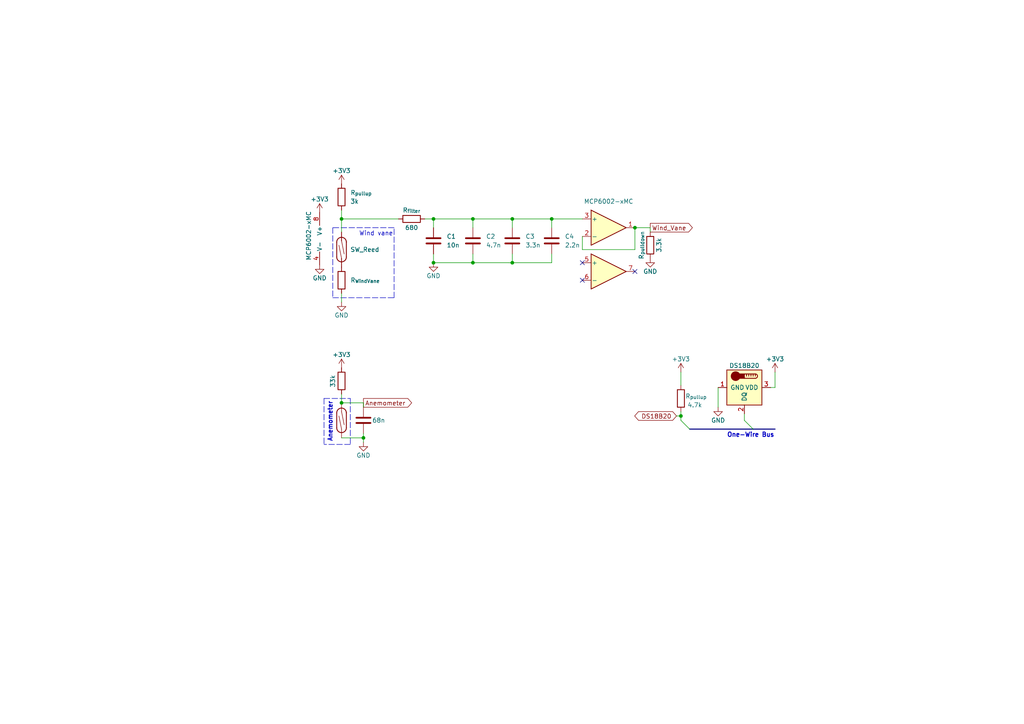
<source format=kicad_sch>
(kicad_sch (version 20211123) (generator eeschema)
  (paper "A4")
  (lib_symbols
    (symbol "Amplifier_Operational:MCP6002-xMC" (pin_names (offset 0.127))
      (property "Reference" "U" (at 0 5.08 0))
      (property "Value" "MCP6002-xMC" (at 0 -5.08 0))
      (symbol "MCP6002-xMC_1_1"
        (polyline (pts (xy -5.08 5.08) (xy 5.08 0) (xy -5.08 -5.08) (xy -5.08 5.08)) (stroke (width 0.254)) (fill (type background)))
        (pin output line (at 7.62 0 180) (length 2.54) (name "~") (number "1"))
        (pin input line (at -7.62 -2.54 0) (length 2.54) (name "-") (number "2"))
        (pin input line (at -7.62 2.54 0) (length 2.54) (name "+") (number "3"))
      )
      (symbol "MCP6002-xMC_2_1"
        (polyline (pts (xy -5.08 5.08) (xy 5.08 0) (xy -5.08 -5.08) (xy -5.08 5.08)) (stroke (width 0.254)) (fill (type background)))
        (pin input line (at -7.62 2.54 0) (length 2.54) (name "+") (number "5"))
        (pin input line (at -7.62 -2.54 0) (length 2.54) (name "-") (number "6"))
        (pin output line (at 7.62 0 180) (length 2.54) (name "~") (number "7"))
      )
      (symbol "MCP6002-xMC_3_1"
        (pin power_in line (at -2.54 -7.62 90) (length 3.81) (name "V-") (number "4"))
        (pin power_in line (at -2.54 7.62 270) (length 3.81) (name "V+") (number "8"))
        (pin passive line (at -2.54 -7.62 90) (length 3.81) hide (name "V-") (number "9"))
      )
    )
    (symbol "Device:C" (pin_numbers hide) (pin_names (offset 0.254))
      (property "Reference" "C" (at 0.635 2.54 0))
      (property "Value" "C" (at 0.635 -2.54 0))
      (symbol "C_0_1"
        (polyline (pts (xy -2.032 -0.762) (xy 2.032 -0.762)) (stroke (width 0.508)))
        (polyline (pts (xy -2.032 0.762) (xy 2.032 0.762)) (stroke (width 0.508)))
      )
      (symbol "C_1_1"
        (pin passive line (at 0 3.81 270) (length 2.794) (name "~") (number "1"))
        (pin passive line (at 0 -3.81 90) (length 2.794) (name "~") (number "2"))
      )
    )
    (symbol "Device:R" (pin_numbers hide) (pin_names (offset 0))
      (property "Reference" "R" (at 2.032 0 90))
      (property "Value" "R" (at 0 0 90))
      (symbol "R_0_1"
        (rectangle (start -1.016 -2.54) (end 1.016 2.54) (stroke (width 0.254)))
      )
      (symbol "R_1_1"
        (pin passive line (at 0 3.81 270) (length 1.27) (name "~") (number "1"))
        (pin passive line (at 0 -3.81 90) (length 1.27) (name "~") (number "2"))
      )
    )
    (symbol "Sensor_Temperature:DS18B20" (pin_names (offset 1.016))
      (property "Reference" "U" (at -3.81 6.35 0))
      (property "Value" "DS18B20" (at 6.35 6.35 0))
      (symbol "DS18B20_0_1"
        (rectangle (start -5.08 5.08) (end 5.08 -5.08) (stroke (width 0.254)) (fill (type background)))
        (circle (center -3.302 -2.54) (radius 1.27) (stroke (width 0.254)) (fill (type outline)))
        (rectangle (start -2.667 -1.905) (end -3.937 0) (stroke (width 0.254)) (fill (type outline)))
        (arc (start -2.667 3.175) (mid -3.302 3.81) (end -3.937 3.175) (stroke (width 0.254)))
        (polyline (pts (xy -3.937 0.635) (xy -3.302 0.635)) (stroke (width 0.254)))
        (polyline (pts (xy -3.937 1.27) (xy -3.302 1.27)) (stroke (width 0.254)))
        (polyline (pts (xy -3.937 1.905) (xy -3.302 1.905)) (stroke (width 0.254)))
        (polyline (pts (xy -3.937 2.54) (xy -3.302 2.54)) (stroke (width 0.254)))
        (polyline (pts (xy -3.937 3.175) (xy -3.937 0)) (stroke (width 0.254)))
        (polyline (pts (xy -3.937 3.175) (xy -3.302 3.175)) (stroke (width 0.254)))
        (polyline (pts (xy -2.667 3.175) (xy -2.667 0)) (stroke (width 0.254)))
      )
      (symbol "DS18B20_1_1"
        (pin power_in line (at 0 -7.62 90) (length 2.54) (name "GND") (number "1"))
        (pin bidirectional line (at 7.62 0 180) (length 2.54) (name "DQ") (number "2"))
        (pin power_in line (at 0 7.62 270) (length 2.54) (name "VDD") (number "3"))
      )
    )
    (symbol "Switch:SW_Reed" (pin_numbers hide) (pin_names (offset 0) hide)
      (property "Reference" "SW" (at 0 2.54 0))
      (property "Value" "SW_Reed" (at 0 -2.54 0))
      (symbol "SW_Reed_0_0"
        (arc (start -2.159 1.397) (mid -3.556 0) (end -2.159 -1.397) (stroke (width 0.254)))
        (polyline (pts (xy -2.54 0) (xy 1.27 0.762)))
        (polyline (pts (xy -2.159 -1.397) (xy 2.286 -1.397)) (stroke (width 0.254)))
        (polyline (pts (xy 2.159 1.397) (xy -2.159 1.397)) (stroke (width 0.254)))
        (polyline (pts (xy 2.54 0) (xy -1.27 -0.762)))
        (arc (start 2.159 -1.397) (mid 3.556 0) (end 2.159 1.397) (stroke (width 0.254)))
      )
      (symbol "SW_Reed_1_1"
        (pin passive line (at -5.08 0 0) (length 2.54) (name "1") (number "1"))
        (pin passive line (at 5.08 0 180) (length 2.54) (name "2") (number "2"))
      )
    )
    (symbol "power:+3.3V" (power) (pin_names (offset 0))
      (property "Value" "+3.3V" (at 0 3.556 0))
      (symbol "+3.3V_0_1"
        (polyline (pts (xy -0.762 1.27) (xy 0 2.54)))
        (polyline (pts (xy 0 0) (xy 0 2.54)))
        (polyline (pts (xy 0 2.54) (xy 0.762 1.27)))
      )
      (symbol "+3.3V_1_1"
        (pin power_in line (at 0 0 90) (length 0) hide (name "+3V3") (number "1"))
      )
    )
    (symbol "power:+3V3" (power) (pin_names (offset 0))
      (property "Value" "+3V3" (at 0 3.556 0))
      (symbol "+3V3_0_1"
        (polyline (pts (xy -0.762 1.27) (xy 0 2.54)))
        (polyline (pts (xy 0 0) (xy 0 2.54)))
        (polyline (pts (xy 0 2.54) (xy 0.762 1.27)))
      )
      (symbol "+3V3_1_1"
        (pin power_in line (at 0 0 90) (length 0) hide (name "+3V3") (number "1"))
      )
    )
    (symbol "power:GND" (power) (pin_names (offset 0))
      (property "Value" "GND" (at 0 -3.81 0))
      (symbol "GND_0_1"
        (polyline (pts (xy 0 0) (xy 0 -1.27) (xy 1.27 -1.27) (xy 0 -2.54) (xy -1.27 -1.27) (xy 0 -1.27)))
      )
      (symbol "GND_1_1"
        (pin power_in line (at 0 0 270) (length 0) hide (name "GND") (number "1"))
      )
    )
  )
  (junction (at 137.16 76.2))
  (junction (at 160.02 63.5))
  (junction (at 125.73 76.2))
  (junction (at 148.59 63.5))
  (junction (at 137.16 63.5))
  (junction (at 99.06 116.84))
  (junction (at 184.15 66.04))
  (junction (at 197.485 120.65))
  (junction (at 99.06 63.5))
  (junction (at 125.73 63.5))
  (junction (at 148.59 76.2))
  (junction (at 105.41 127))
  (no_connect (at 168.91 81.28))
  (no_connect (at 184.15 78.74))
  (no_connect (at 168.91 76.2))
  (bus_entry (at 215.9 121.92) (size 2.54 2.54))
  (bus_entry (at 197.485 121.92) (size 2.54 2.54))
  (polyline (pts (xy 93.98 115.57) (xy 101.6 115.57)))
  (wire (pts (xy 224.79 112.395) (xy 223.52 112.395)))
  (wire (pts (xy 99.06 60.96) (xy 99.06 63.5)))
  (wire (pts (xy 105.41 127) (xy 105.41 125.73)))
  (wire (pts (xy 224.79 107.95) (xy 224.79 112.395)))
  (wire (pts (xy 188.595 67.31) (xy 188.595 66.04)))
  (polyline (pts (xy 114.3 86.36) (xy 114.3 66.04)))
  (polyline (pts (xy 114.3 66.04) (xy 96.52 66.04)))
  (wire (pts (xy 137.16 63.5) (xy 148.59 63.5)))
  (polyline (pts (xy 93.98 115.57) (xy 93.98 128.905)))
  (wire (pts (xy 137.16 63.5) (xy 137.16 66.04)))
  (wire (pts (xy 148.59 63.5) (xy 160.02 63.5)))
  (wire (pts (xy 160.02 73.66) (xy 160.02 76.2)))
  (wire (pts (xy 148.59 76.2) (xy 137.16 76.2)))
  (wire (pts (xy 215.9 120.015) (xy 215.9 121.92)))
  (wire (pts (xy 125.73 73.66) (xy 125.73 76.2)))
  (wire (pts (xy 99.06 127) (xy 105.41 127)))
  (wire (pts (xy 184.15 66.04) (xy 184.15 72.39)))
  (wire (pts (xy 105.41 118.11) (xy 105.41 116.84)))
  (wire (pts (xy 208.28 112.395) (xy 208.28 118.11)))
  (wire (pts (xy 160.02 63.5) (xy 168.91 63.5)))
  (wire (pts (xy 99.06 114.3) (xy 99.06 116.84)))
  (wire (pts (xy 184.15 72.39) (xy 168.91 72.39)))
  (polyline (pts (xy 101.6 115.57) (xy 101.6 128.905)))
  (wire (pts (xy 160.02 76.2) (xy 148.59 76.2)))
  (wire (pts (xy 125.73 63.5) (xy 125.73 66.04)))
  (wire (pts (xy 125.73 63.5) (xy 137.16 63.5)))
  (polyline (pts (xy 96.52 66.04) (xy 96.52 86.36)))
  (wire (pts (xy 197.485 107.95) (xy 197.485 111.76)))
  (wire (pts (xy 168.91 72.39) (xy 168.91 68.58)))
  (bus (pts (xy 218.44 124.46) (xy 224.79 124.46)))
  (wire (pts (xy 196.215 120.65) (xy 197.485 120.65)))
  (wire (pts (xy 123.19 63.5) (xy 125.73 63.5)))
  (wire (pts (xy 160.02 63.5) (xy 160.02 66.04)))
  (wire (pts (xy 137.16 76.2) (xy 137.16 73.66)))
  (polyline (pts (xy 101.6 128.905) (xy 93.98 128.905)))
  (polyline (pts (xy 96.52 86.36) (xy 114.3 86.36)))
  (wire (pts (xy 197.485 120.65) (xy 197.485 121.92)))
  (wire (pts (xy 197.485 119.38) (xy 197.485 120.65)))
  (wire (pts (xy 99.06 85.09) (xy 99.06 87.63)))
  (wire (pts (xy 105.41 127) (xy 105.41 128.27)))
  (wire (pts (xy 105.41 116.84) (xy 99.06 116.84)))
  (wire (pts (xy 148.59 73.66) (xy 148.59 76.2)))
  (wire (pts (xy 125.73 76.2) (xy 137.16 76.2)))
  (wire (pts (xy 188.595 66.04) (xy 184.15 66.04)))
  (wire (pts (xy 148.59 63.5) (xy 148.59 66.04)))
  (wire (pts (xy 99.06 63.5) (xy 115.57 63.5)))
  (wire (pts (xy 99.06 63.5) (xy 99.06 67.31)))
  (bus (pts (xy 200.025 124.46) (xy 218.44 124.46)))
  (text "One-Wire Bus" (at 210.82 127 0) (effects (font (size 1.27 1.27) bold) (justify left bottom)))
  (text "Wind vane" (at 104.14 68.58 0) (effects (font (size 1.27 1.27)) (justify left bottom)))
  (text "Anemometer" (at 96.52 128.27 90) (effects (font (size 1.27 1.27) (thickness 0.254) bold) (justify left bottom)))
  (global_label "Anemometer" (shape output) (at 105.41 116.84 0) (property "Intersheet References" "${INTERSHEET_REFS}" (effects hide)))
  (global_label "Wind_Vane" (shape output) (at 188.595 66.04 0) (property "Intersheet References" "${INTERSHEET_REFS}" (effects hide)))
  (global_label "DS18B20" (shape bidirectional) (at 196.215 120.65 180) (property "Intersheet References" "${INTERSHEET_REFS}" (effects hide)))
  (symbol (lib_id "Amplifier_Operational:MCP6002-xMC") (at 176.53 66.04 0) (unit 1)
    (property "Reference" "U?" (effects hide))
    (property "Value" "MCP6002-xMC" (at 176.53 58.42 0))
    (property "Footprint" "Package_DFN_QFN:DFN-8-1EP_3x2mm_P0.5mm_EP1.75x1.45mm" (effects hide))
    (property "Datasheet" "http://ww1.microchip.com/downloads/en/DeviceDoc/21733j.pdf" (effects hide))
  )
  (symbol (lib_id "Device:C") (at 148.59 69.85 0) (unit 1)
    (property "Reference" "C3" (at 152.4 68.5799 0) (effects (justify left)))
    (property "Value" "3.3n" (at 152.4 71.1199 0) (effects (justify left)))
  )
  (symbol (lib_id "power:+3V3") (at 197.485 107.95 0) (unit 1)
    (property "Reference" "#PWR?" (effects hide))
    (property "Value" "+3V3" (at 197.485 104.14 0))
  )
  (symbol (lib_id "power:+3V3") (at 224.79 107.95 0) (unit 1)
    (property "Reference" "#PWR?" (effects hide))
    (property "Value" "+3V3" (at 224.79 104.14 0))
  )
  (symbol (lib_id "Device:R") (at 188.595 71.12 180) (unit 1)
    (property "Reference" "R_{pulldown}" (at 186.055 71.12 90))
    (property "Value" "3.3k" (at 191.135 71.12 90))
  )
  (symbol (lib_id "Device:C") (at 160.02 69.85 0) (unit 1)
    (property "Reference" "C4" (at 163.83 68.5799 0) (effects (justify left)))
    (property "Value" "2.2n" (at 163.83 71.1199 0) (effects (justify left)))
  )
  (symbol (lib_id "Sensor_Temperature:DS18B20") (at 215.9 112.395 270) (unit 1)
    (property "Reference" "U?" (effects hide))
    (property "Value" "DS18B20" (at 215.9 106.045 90))
    (property "Footprint" "Package_TO_SOT_THT:TO-92_Inline" (effects hide))
    (property "Datasheet" "http://datasheets.maximintegrated.com/en/ds/DS18B20.pdf" (effects hide))
  )
  (symbol (lib_id "Amplifier_Operational:MCP6002-xMC") (at 95.25 69.215 0) (unit 3)
    (property "Reference" "U0" (effects hide))
    (property "Value" "MCP6002-xMC" (at 89.535 75.565 90) (effects (justify left)))
    (property "Footprint" "Package_DFN_QFN:DFN-8-1EP_3x2mm_P0.5mm_EP1.75x1.45mm" (effects hide))
    (property "Datasheet" "http://ww1.microchip.com/downloads/en/DeviceDoc/21733j.pdf" (effects hide))
  )
  (symbol (lib_id "Switch:SW_Reed") (at 99.06 121.92 90) (unit 1)
    (property "Reference" "SW?" (effects hide))
    (property "Value" "SW_Reed" (effects hide))
  )
  (symbol (lib_id "power:+3.3V") (at 99.06 106.68 0) (unit 1)
    (property "Reference" "#PWR?" (effects hide))
    (property "Value" "+3.3V" (at 99.06 102.87 0))
  )
  (symbol (lib_id "Device:R") (at 197.485 115.57 0) (unit 1)
    (property "Reference" "R_{pullup}" (at 198.755 114.935 0) (effects (justify left)))
    (property "Value" "4.7k" (at 199.39 117.475 0) (effects (justify left)))
  )
  (symbol (lib_id "Device:R") (at 99.06 57.15 0) (unit 1)
    (property "Reference" "R_{pullup}" (at 101.6 55.8799 0) (effects (justify left)))
    (property "Value" "3k" (at 101.6 58.42 0) (effects (justify left)))
  )
  (symbol (lib_id "power:GND") (at 208.28 118.11 0) (unit 1)
    (property "Reference" "#PWR?" (effects hide))
    (property "Value" "GND" (at 208.28 121.92 0))
  )
  (symbol (lib_id "Device:R") (at 119.38 63.5 90) (unit 1)
    (property "Reference" "R_{filter}" (at 119.38 60.96 90))
    (property "Value" "680" (at 119.38 66.04 90))
  )
  (symbol (lib_id "Device:C") (at 137.16 69.85 0) (unit 1)
    (property "Reference" "C2" (at 140.97 68.5799 0) (effects (justify left)))
    (property "Value" "4.7n" (at 140.97 71.1199 0) (effects (justify left)))
  )
  (symbol (lib_id "Device:C") (at 105.41 121.92 0) (unit 1)
    (property "Reference" "C?" (effects hide))
    (property "Value" "68n" (at 107.95 121.92 0) (effects (justify left)))
  )
  (symbol (lib_id "Switch:SW_Reed") (at 99.06 72.39 90) (unit 1)
    (property "Reference" "SW?" (effects hide))
    (property "Value" "SW_Reed" (at 101.6 72.3899 90) (effects (justify right)))
  )
  (symbol (lib_id "power:GND") (at 105.41 128.27 0) (unit 1)
    (property "Reference" "#PWR?" (effects hide))
    (property "Value" "GND" (at 105.41 132.08 0))
  )
  (symbol (lib_id "power:GND") (at 125.73 76.2 0) (unit 1)
    (property "Reference" "#PWR?" (effects hide))
    (property "Value" "GND" (at 125.73 80.01 0))
  )
  (symbol (lib_id "Amplifier_Operational:MCP6002-xMC") (at 176.53 78.74 0) (unit 2)
    (property "Reference" "U?" (effects hide))
    (property "Value" "MCP6002-xMC" (effects hide))
    (property "Footprint" "Package_DFN_QFN:DFN-8-1EP_3x2mm_P0.5mm_EP1.75x1.45mm" (effects hide))
    (property "Datasheet" "http://ww1.microchip.com/downloads/en/DeviceDoc/21733j.pdf" (effects hide))
  )
  (symbol (lib_id "Device:R") (at 99.06 81.28 0) (unit 1)
    (property "Reference" "R?" (effects hide))
    (property "Value" "R_{WindVane}" (at 101.6 81.2799 0) (effects (justify left)))
  )
  (symbol (lib_id "power:+3.3V") (at 99.06 53.34 0) (unit 1)
    (property "Reference" "#PWR?" (effects hide))
    (property "Value" "+3.3V" (at 99.06 49.53 0))
  )
  (symbol (lib_id "power:GND") (at 188.595 74.93 0) (unit 1)
    (property "Reference" "#PWR?" (effects hide))
    (property "Value" "GND" (at 188.595 78.74 0))
  )
  (symbol (lib_id "Device:C") (at 125.73 69.85 0) (unit 1)
    (property "Reference" "C1" (at 129.54 68.58 0) (effects (justify left)))
    (property "Value" "10n" (at 129.54 71.1199 0) (effects (justify left)))
  )
  (symbol (lib_id "Device:R") (at 99.06 110.49 0) (unit 1)
    (property "Reference" "R_pullup30" (effects hide))
    (property "Value" "33k" (at 96.52 112.395 90) (effects (justify left)))
  )
  (symbol (lib_id "power:GND") (at 92.71 76.835 0) (unit 1)
    (property "Reference" "#PWR?" (effects hide))
    (property "Value" "GND" (at 92.71 80.645 0))
  )
  (symbol (lib_id "power:GND") (at 99.06 87.63 0) (unit 1)
    (property "Reference" "#PWR?" (effects hide))
    (property "Value" "GND" (at 99.06 91.44 0))
  )
  (symbol (lib_id "power:+3.3V") (at 92.71 61.595 0) (unit 1)
    (property "Reference" "#PWR?" (effects hide))
    (property "Value" "+3.3V" (at 92.71 57.785 0))
  )
)
</source>
